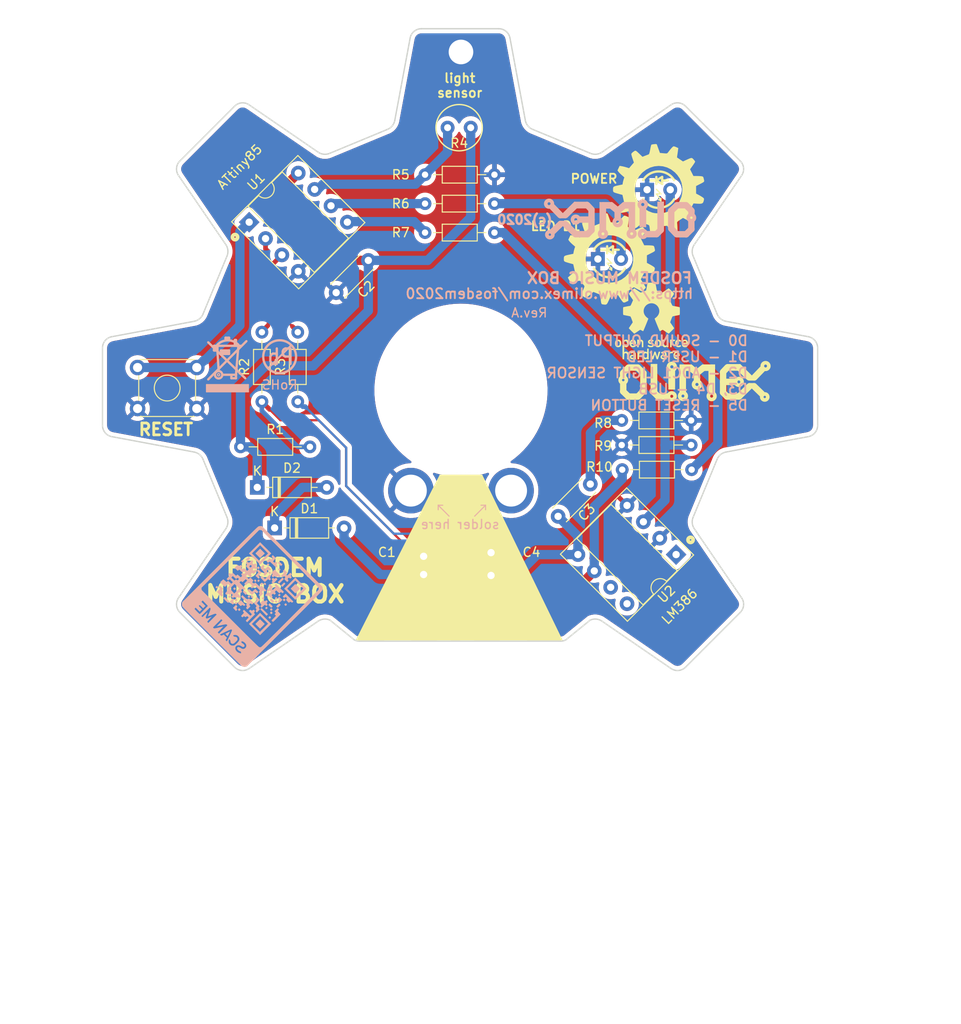
<source format=kicad_pcb>
(kicad_pcb (version 20191123) (host pcbnew "5.99.0-unknown-d20d310~86~ubuntu18.04.1")
  (layers (0 "F.Cu" signal) (31 "B.Cu" signal) (34 "B.Paste" user) (35 "F.Paste" user) (36 "B.SilkS" user) (37 "F.SilkS" user) (38 "B.Mask" user) (39 "F.Mask" user) (44 "Edge.Cuts" user))
  (net 0 "")
  (net 1 "GND")
  (net 2 "Net-(C1-Pad1)")
  (net 3 "Net-(C2-Pad2)")
  (net 4 "Net-(C2-Pad1)")
  (net 5 "Net-(C3-Pad2)")
  (net 6 "Net-(C4-Pad1)")
  (net 7 "Net-(D1-Pad1)")
  (net 8 "Net-(LED1-Pad1)")
  (net 9 "Net-(R1-Pad2)")
  (net 10 "Net-(R2-Pad2)")
  (net 11 "Net-(R3-Pad2)")
  (net 12 "Net-(R3-Pad1)")
  (net 13 "Net-(R4-Pad1)")
  (net 14 "Net-(R5-Pad2)")
  (net 15 "Net-(R7-Pad2)")
  (net 16 "Net-(R7-Pad1)")
  (net 17 "Net-(SW1-Pad2)")
  (net 18 "Net-(U1-Pad8)")
  (net 19 "Net-(U1-Pad7)")
  (net 20 "Net-(U1-Pad1)")
  (net 21 "Net-(LED2-Pad1)")
  (module "OLIMEX_Other-FP:NPTH_2.7mm" (layer "F.Cu") (at 190 32.9)
    (fp_text reference "MountingHole" hide)
    (fp_text value "NPTH_2.7mm" hide)
    (pad "" np_thru_hole circle (at 0 0) (size 2.7 2.7) (drill 2.7) (layers *.Cu *.Mask) (clearance 0.5588))
  )
  (module "OLIMEX_LOGOs-FP:qrcode_fosdem10" (layer "B.Cu") (at 167.1 92.6 135)
    (fp_text reference "G***" hide)
    (fp_text value "LOGO" hide)
  )
  (module "OLIMEX_LOGOs-FP:OLIMEX_LOGO_TB" (layer "B.Cu") (at 207.3 51.2 180)
    (fp_text reference "" hide)
    (fp_text value "" hide)
  )
  (module "OLIMEX_LOGOs-FP:LOGO_PBFREE" (layer "B.Cu") (at 170.3 66)
    (fp_text reference "")
    (fp_text value "")
    (fp_text user "Pb" (at -0.08636 0.33528) (layer "B.SilkS") (effects (font (size 1.7 1.5) (thickness 0.254)) (justify mirror)))
  )
  (module "OLIMEX_LOGOs-FP:LOGO_RECYCLEBIN_1" (layer "B.Cu") (at 166.7 70.2 180)
    (fp_text reference "" hide)
    (fp_text value "" hide)
  )
  (module "Resistor_THT:R_Axial_DIN0204_L3.6mm_D1.6mm_P7.62mm_Horizontal" (layer "F.Cu") (at 207.7 78.7)
    (fp_text reference "R10" (at -2.5 -0.3) (layer "F.SilkS"))
    (fp_text value "1.5K")
    (pad "2" thru_hole oval (at 7.62 0) (size 1.4 1.4) (drill 0.7) (layers *.Cu *.Mask) (net 21 "Net-(LED2-Pad1)"))
    (pad "1" thru_hole circle (at 0 0) (size 1.4 1.4) (drill 0.7) (layers *.Cu *.Mask) (net 2 "Net-(C1-Pad1)"))
  )
  (module "OLIMEX_LEDs-FP:LED-3mm-PTH-KA" (layer "F.Cu") (at 211.7 48)
    (fp_text reference "LED2" hide)
    (fp_text value "LED_AK")
    (pad "2" thru_hole rect (at -1.27 0) (size 1.524 1.524) (drill 0.8) (layers *.Cu *.Mask) (net 1 "GND"))
    (pad "1" thru_hole circle (at 1.27 0) (size 1.524 1.524) (drill 0.8) (layers *.Cu *.Mask) (net 21 "Net-(LED2-Pad1)"))
  )
  (module "OLIMEX_LOGOs-FP:LOGO_FOSDEM_10x10" (layer "F.Cu") (at 211.7 48)
    (fp_text reference "G***" hide)
    (fp_text value "LOGO" hide)
  )
  (module "OLIMEX_LOGOs-FP:LOGO_FOSDEM_10x10" (layer "F.Cu") (at 206.3 55.6)
    (fp_text reference "G***" hide)
    (fp_text value "LOGO" hide)
  )
  (module "OLIMEX_LEDs-FP:LED-3mm-PTH-KA" (layer "F.Cu") (at 206.3 55.6)
    (fp_text reference "LED1" hide)
    (fp_text value "LED_AK")
    (pad "2" thru_hole rect (at -1.27 0) (size 1.524 1.524) (drill 0.8) (layers *.Cu *.Mask) (net 1 "GND"))
    (pad "1" thru_hole circle (at 1.27 0) (size 1.524 1.524) (drill 0.8) (layers *.Cu *.Mask) (net 8 "Net-(LED1-Pad1)"))
  )
  (module "OLIMEX_Devices-FP:SPEAKER_28mm" (layer "F.Cu") (at 190 70)
    (fp_text reference "SPK1" (at 0 6.3 unlocked) (layer "F.SilkS"))
    (fp_text value "8R")
    (pad "2" thru_hole circle (at -5.5 11) (size 5 5) (drill 3.5) (layers *.Cu *.Mask) (net 1 "GND"))
    (pad "1" thru_hole circle (at 5.5 11) (size 5 5) (drill 3.5) (layers *.Cu *.Mask) (net 5 "Net-(C3-Pad2)"))
    (pad "" np_thru_hole circle (at 0 0) (size 18 18) (drill 18) (layers *.Cu *.Mask))
  )
  (module "Capacitor_THT:CP_Radial_D6.3mm_P2.50mm" (layer "F.Cu") (at 193.3 90.3 90)
    (fp_text reference "C4" (at 1.25 -4.4 90) (layer "F.SilkS"))
    (fp_text value "220uF_16V")
    (fp_text user "%R" (at 2.543 4.439) (layer "F.SilkS"))
    (pad "2" thru_hole rect (at 2.5 0 90) (size 1.6 1.6) (drill 0.8) (layers *.Cu *.Mask) (net 5 "Net-(C3-Pad2)"))
    (pad "1" thru_hole circle (at 0 0 90) (size 1.6 1.6) (drill 0.8) (layers *.Cu *.Mask) (net 4 "Net-(C2-Pad1)"))
  )
  (module "Capacitor_THT:CP_Radial_D5.0mm_P2.00mm" (layer "F.Cu") (at 185.9 90.2 90)
    (fp_text reference "C1" (at 2.443 -4.036) (layer "F.SilkS"))
    (fp_text value "10uF")
    (pad "2" thru_hole rect (at 2 0 90) (size 1.6 1.6) (drill 0.8) (layers *.Cu *.Mask) (net 1 "GND"))
    (pad "1" thru_hole circle (at 0 0 90) (size 1.6 1.6) (drill 0.8) (layers *.Cu *.Mask) (net 2 "Net-(C1-Pad1)"))
  )
  (module "Button_Switch_THT:SW_TH_Tactile_Omron_B3F-10xx" (layer "F.Cu") (at 154.5 67.5)
    (fp_text reference "SW1" hide)
    (fp_text value "T1101GP(6x3x4.3MM)")
    (pad "2" thru_hole circle (at 0 0) (size 1.7 1.7) (drill 1) (layers *.Cu *.Mask) (net 17 "Net-(SW1-Pad2)"))
    (pad "2" thru_hole circle (at 6.5 0) (size 1.7 1.7) (drill 1) (layers *.Cu *.Mask) (net 17 "Net-(SW1-Pad2)"))
    (pad "1" thru_hole circle (at 0 4.5) (size 1.7 1.7) (drill 1) (layers *.Cu *.Mask) (net 1 "GND"))
    (pad "1" thru_hole circle (at 6.5 4.5) (size 1.7 1.7) (drill 1) (layers *.Cu *.Mask) (net 1 "GND"))
  )
  (module "Resistor_THT:R_Axial_DIN0204_L3.6mm_D1.6mm_P7.62mm_Horizontal" (layer "F.Cu") (at 186.055 46.355)
    (fp_text reference "R5" (at -2.667 0) (layer "F.SilkS"))
    (fp_text value "10K")
    (pad "2" thru_hole oval (at 7.62 0) (size 1.4 1.4) (drill 0.7) (layers *.Cu *.Mask) (net 1 "GND"))
    (pad "1" thru_hole circle (at 0 0) (size 1.4 1.4) (drill 0.7) (layers *.Cu *.Mask) (net 14 "Net-(R5-Pad2)"))
  )
  (module "Resistor_THT:R_Axial_DIN0204_L3.6mm_D1.6mm_P7.62mm_Horizontal" (layer "F.Cu") (at 186.055 49.53)
    (fp_text reference "R6" (at -2.667 0) (layer "F.SilkS"))
    (fp_text value "1.5K")
    (pad "2" thru_hole oval (at 7.62 0) (size 1.4 1.4) (drill 0.7) (layers *.Cu *.Mask) (net 8 "Net-(LED1-Pad1)"))
    (pad "1" thru_hole circle (at 0 0) (size 1.4 1.4) (drill 0.7) (layers *.Cu *.Mask) (net 13 "Net-(R4-Pad1)"))
  )
  (module "Resistor_THT:R_Axial_DIN0204_L3.6mm_D1.6mm_P7.62mm_Horizontal" (layer "F.Cu") (at 168.148 71.247 90)
    (fp_text reference "R2" (at 3.81 -1.92 90) (layer "F.SilkS"))
    (fp_text value "22R")
    (pad "2" thru_hole oval (at 7.62 0 90) (size 1.4 1.4) (drill 0.7) (layers *.Cu *.Mask) (net 10 "Net-(R2-Pad2)"))
    (pad "1" thru_hole circle (at 0 0 90) (size 1.4 1.4) (drill 0.7) (layers *.Cu *.Mask) (net 9 "Net-(R1-Pad2)"))
  )
  (module "Resistor_THT:R_Axial_DIN0204_L3.6mm_D1.6mm_P7.62mm_Horizontal" (layer "F.Cu") (at 165.8 76.2)
    (fp_text reference "R1" (at 3.81 -1.92) (layer "F.SilkS"))
    (fp_text value "1.5K")
    (pad "2" thru_hole oval (at 7.62 0) (size 1.4 1.4) (drill 0.7) (layers *.Cu *.Mask) (net 9 "Net-(R1-Pad2)"))
    (pad "1" thru_hole circle (at 0 0) (size 1.4 1.4) (drill 0.7) (layers *.Cu *.Mask) (net 6 "Net-(C4-Pad1)"))
  )
  (module "Resistor_THT:R_Axial_DIN0204_L3.6mm_D1.6mm_P7.62mm_Horizontal" (layer "F.Cu") (at 207.645 73.3)
    (fp_text reference "R8" (at -2.045 0.3) (layer "F.SilkS"))
    (fp_text value "22R")
    (pad "2" thru_hole oval (at 7.62 0) (size 1.4 1.4) (drill 0.7) (layers *.Cu *.Mask) (net 1 "GND"))
    (pad "1" thru_hole circle (at 0 0) (size 1.4 1.4) (drill 0.7) (layers *.Cu *.Mask) (net 3 "Net-(C2-Pad2)"))
  )
  (module "Resistor_THT:R_Axial_DIN0204_L3.6mm_D1.6mm_P7.62mm_Horizontal" (layer "F.Cu") (at 172.085 71.247 90)
    (fp_text reference "R3" (at 3.81 -1.905 90) (layer "F.SilkS"))
    (fp_text value "22R")
    (pad "2" thru_hole oval (at 7.62 0 90) (size 1.4 1.4) (drill 0.7) (layers *.Cu *.Mask) (net 11 "Net-(R3-Pad2)"))
    (pad "1" thru_hole circle (at 0 0 90) (size 1.4 1.4) (drill 0.7) (layers *.Cu *.Mask) (net 12 "Net-(R3-Pad1)"))
  )
  (module "Resistor_THT:R_Axial_DIN0204_L3.6mm_D1.6mm_P7.62mm_Horizontal" (layer "F.Cu") (at 193.675 52.705 180)
    (fp_text reference "R7" (at 10.287 0) (layer "F.SilkS"))
    (fp_text value "1.5K")
    (pad "2" thru_hole oval (at 7.62 0 180) (size 1.4 1.4) (drill 0.7) (layers *.Cu *.Mask) (net 15 "Net-(R7-Pad2)"))
    (pad "1" thru_hole circle (at 0 0 180) (size 1.4 1.4) (drill 0.7) (layers *.Cu *.Mask) (net 16 "Net-(R7-Pad1)"))
  )
  (module "Resistor_THT:R_Axial_DIN0204_L3.6mm_D1.6mm_P7.62mm_Horizontal" (layer "F.Cu") (at 207.645 76)
    (fp_text reference "R9" (at -2.045 0.1) (layer "F.SilkS"))
    (fp_text value "10K")
    (pad "2" thru_hole oval (at 7.62 0) (size 1.4 1.4) (drill 0.7) (layers *.Cu *.Mask) (net 16 "Net-(R7-Pad1)"))
    (pad "1" thru_hole circle (at 0 0) (size 1.4 1.4) (drill 0.7) (layers *.Cu *.Mask) (net 1 "GND"))
  )
  (module "Package_DIP:DIP-8_W7.62mm_Socket" (layer "F.Cu") (at 166.751 51.562 45)
    (fp_text reference "U1" (at 3.681905 -2.604274 45) (layer "F.SilkS"))
    (fp_text value "ATTINY85-20PU")
    (pad "8" thru_hole oval (at 7.62 0 45) (size 1.6 1.6) (drill 0.8) (layers *.Cu *.Mask) (net 6 "Net-(C4-Pad1)"))
    (pad "4" thru_hole oval (at 0 7.62 45) (size 1.6 1.6) (drill 0.8) (layers *.Cu *.Mask) (net 1 "GND"))
    (pad "7" thru_hole oval (at 7.62 2.54 45) (size 1.6 1.6) (drill 0.8) (layers *.Cu *.Mask) (net 14 "Net-(R5-Pad2)"))
    (pad "3" thru_hole oval (at 0 5.08 45) (size 1.6 1.6) (drill 0.8) (layers *.Cu *.Mask) (net 11 "Net-(R3-Pad2)"))
    (pad "6" thru_hole oval (at 7.62 5.08 45) (size 1.6 1.6) (drill 0.8) (layers *.Cu *.Mask) (net 13 "Net-(R4-Pad1)"))
    (pad "2" thru_hole oval (at 0 2.54 45) (size 1.6 1.6) (drill 0.8) (layers *.Cu *.Mask) (net 10 "Net-(R2-Pad2)"))
    (pad "5" thru_hole oval (at 7.62 7.62 45) (size 1.6 1.6) (drill 0.8) (layers *.Cu *.Mask) (net 15 "Net-(R7-Pad2)"))
    (pad "1" thru_hole rect (at 0 0 45) (size 1.6 1.6) (drill 0.8) (layers *.Cu *.Mask) (net 17 "Net-(SW1-Pad2)"))
  )
  (module "Package_DIP:DIP-8_W7.62mm_Socket" (layer "F.Cu") (at 213.614 88.011 -135)
    (fp_text reference "U2" (at 3.81 -2.33 45) (layer "F.SilkS"))
    (fp_text value "LM386N")
    (pad "8" thru_hole oval (at 7.62 0 225) (size 1.6 1.6) (drill 0.8) (layers *.Cu *.Mask) (net 18 "Net-(U1-Pad8)"))
    (pad "4" thru_hole oval (at 0 7.62 225) (size 1.6 1.6) (drill 0.8) (layers *.Cu *.Mask) (net 1 "GND"))
    (pad "7" thru_hole oval (at 7.62 2.54 225) (size 1.6 1.6) (drill 0.8) (layers *.Cu *.Mask) (net 19 "Net-(U1-Pad7)"))
    (pad "3" thru_hole oval (at 0 5.08 225) (size 1.6 1.6) (drill 0.8) (layers *.Cu *.Mask) (net 16 "Net-(R7-Pad1)"))
    (pad "6" thru_hole oval (at 7.62 5.08 225) (size 1.6 1.6) (drill 0.8) (layers *.Cu *.Mask) (net 2 "Net-(C1-Pad1)"))
    (pad "2" thru_hole oval (at 0 2.54 225) (size 1.6 1.6) (drill 0.8) (layers *.Cu *.Mask) (net 1 "GND"))
    (pad "5" thru_hole oval (at 7.62 7.62 225) (size 1.6 1.6) (drill 0.8) (layers *.Cu *.Mask) (net 4 "Net-(C2-Pad1)"))
    (pad "1" thru_hole rect (at 0 0 225) (size 1.6 1.6) (drill 0.8) (layers *.Cu *.Mask) (net 20 "Net-(U1-Pad1)"))
  )
  (module "OLIMEX_Connectors-FP:USB-B-EDGE" (layer "F.Cu") (at 189.4 97.5)
    (fp_text reference "USB1" (at 0 -6.35) (layer "F.SilkS"))
    (fp_text value "USB_B")
    (pad "0" smd rect (at -6.35 -2.54) (size 3 5.08) (layers "B.Cu" "B.Mask") (net 1 "GND"))
    (pad "0" smd rect (at 6.35 -2.54) (size 3 5.08) (layers "B.Cu" "B.Mask") (net 1 "GND"))
    (pad "3" smd rect (at -1.27 -1.905) (size 1.524 3.81) (layers "B.Cu" "B.Mask") (net 12 "Net-(R3-Pad1)"))
    (pad "4" smd rect (at 1.27 -1.905) (size 1.524 3.81) (layers "B.Cu" "F.Paste" "B.Mask") (net 1 "GND"))
    (pad "1" smd rect (at 1.27 -1.905) (size 1.524 3.81) (layers "F.Cu" "F.Paste" "F.Mask") (net 2 "Net-(C1-Pad1)"))
    (pad "2" smd rect (at -1.27 -1.905) (size 1.524 3.81) (layers "F.Cu" "F.Paste" "F.Mask") (net 9 "Net-(R1-Pad2)"))
  )
  (module "OLIMEX_RLC-FP:R_PHOTO" (layer "F.Cu") (at 189.8 41.2 180)
    (fp_text reference "R4" (at 0 -1.7) (layer "F.SilkS"))
    (fp_text value "SNS-LDR5MM" hide)
    (pad "1" thru_hole circle (at -1.27 0 180) (size 1.524 1.524) (drill 0.762) (layers *.Cu *.Mask) (net 6 "Net-(C4-Pad1)"))
    (pad "2" thru_hole circle (at 1.27 0 180) (size 1.524 1.524) (drill 0.762) (layers *.Cu *.Mask) (net 14 "Net-(R5-Pad2)"))
  )
  (module "Diode_THT:D_DO-35_SOD27_P7.62mm_Horizontal" (layer "F.Cu") (at 167.64 80.645)
    (fp_text reference "D2" (at 3.81 -2.12) (layer "F.SilkS"))
    (fp_text value "1N4148")
    (fp_text user "K" (at 0 -1.8) (layer "F.SilkS"))
    (pad "2" thru_hole oval (at 7.62 0) (size 1.6 1.6) (drill 0.8) (layers *.Cu *.Mask) (net 7 "Net-(D1-Pad1)"))
    (pad "1" thru_hole rect (at 0 0) (size 1.6 1.6) (drill 0.8) (layers *.Cu *.Mask) (net 6 "Net-(C4-Pad1)"))
  )
  (module "Diode_THT:D_DO-35_SOD27_P7.62mm_Horizontal" (layer "F.Cu") (at 169.545 85.09)
    (fp_text reference "D1" (at 3.81 -2.12) (layer "F.SilkS"))
    (fp_text value "1N4148")
    (fp_text user "K" (at 0 -1.8) (layer "F.SilkS"))
    (pad "2" thru_hole oval (at 7.62 0) (size 1.6 1.6) (drill 0.8) (layers *.Cu *.Mask) (net 2 "Net-(C1-Pad1)"))
    (pad "1" thru_hole rect (at 0 0) (size 1.6 1.6) (drill 0.8) (layers *.Cu *.Mask) (net 7 "Net-(D1-Pad1)"))
  )
  (module "Capacitor_THT:C_Disc_D4.3mm_W1.9mm_P5.00mm" (layer "F.Cu") (at 179.832 55.753 -135)
    (fp_text reference "C2" (at 2.424669 -2.065459 45) (layer "F.SilkS"))
    (fp_text value "100 nF")
    (pad "2" thru_hole circle (at 5 0 225) (size 1.6 1.6) (drill 0.8) (layers *.Cu *.Mask) (net 1 "GND"))
    (pad "1" thru_hole circle (at 0 0 225) (size 1.6 1.6) (drill 0.8) (layers *.Cu *.Mask) (net 6 "Net-(C4-Pad1)"))
  )
  (module "Capacitor_THT:C_Disc_D4.3mm_W1.9mm_P5.00mm" (layer "F.Cu") (at 200.66 83.82 45)
    (fp_text reference "C3" (at 2.5173 1.92333 45) (layer "F.SilkS"))
    (fp_text value "100nF")
    (pad "2" thru_hole circle (at 5 0 45) (size 1.6 1.6) (drill 0.8) (layers *.Cu *.Mask) (net 3 "Net-(C2-Pad2)"))
    (pad "1" thru_hole circle (at 0 0 45) (size 1.6 1.6) (drill 0.8) (layers *.Cu *.Mask) (net 4 "Net-(C2-Pad1)"))
  )
  (module "OLIMEX_LOGOs-FP:OLIMEX_LOGO_TB" (layer "F.Cu") (at 215.8 69)
    (fp_text reference "" hide)
    (fp_text value "" hide)
  )
  (module "OLIMEX_Cases-FP:LOGO_OPENHARDWARE_100" (layer "F.Cu") (at 189.9 69.6)
    (fp_text reference "G***" hide)
    (fp_text value "LOGO" hide)
    (fp_line (start -11 27.9) (end 11 27.9) (layer "Edge.Cuts") (width 0.15))
    (fp_arc (start 11.04014 26.567857) (end 11.584022 27.784577) (angle 25.81087208) (layer "Edge.Cuts") (width 0.15))
    (fp_arc (start -11.04014 26.567857) (end -11.584022 27.784577) (angle -25.81087208) (layer "Edge.Cuts") (width 0.15))
    (fp_line (start 8 -28.2) (end 14.283557 -25.597265) (layer "Edge.Cuts") (width 0.15))
    (fp_line (start 25.597265 -14.283557) (end 28.2 -8) (layer "Edge.Cuts") (width 0.15))
    (fp_line (start 25.597265 14.283557) (end 28.2 8) (layer "Edge.Cuts") (width 0.15))
    (fp_line (start -28.2 8) (end -25.597265 14.283557) (layer "Edge.Cuts") (width 0.15))
    (fp_line (start -25.597265 -14.283557) (end -28.2 -8) (layer "Edge.Cuts") (width 0.15))
    (fp_line (start -14.283557 -25.597265) (end -8 -28.2) (layer "Edge.Cuts") (width 0.15))
    (fp_arc (start -23.864854 -29.875262) (end -24.748737 -30.759145) (angle 78.7) (layer "Edge.Cuts") (width 0.15))
    (fp_line (start -30.759145 -24.748737) (end -24.748737 -30.759145) (layer "Edge.Cuts") (width 0.15))
    (fp_line (start 30.759145 24.748737) (end 24.748737 30.759145) (layer "Edge.Cuts") (width 0.15))
    (fp_line (start -23.171299 -30.915204) (end -15.567197 -25.705396) (layer "Edge.Cuts") (width 0.15))
    (fp_arc (start 26.813985 14.827439) (end 25.597265 14.283557) (angle -57.8) (layer "Edge.Cuts") (width 0.15))
    (fp_arc (start -14.827438 -26.813986) (end -14.283557 -25.597265) (angle 57.8) (layer "Edge.Cuts") (width 0.15))
    (fp_arc (start 23.864854 29.875262) (end 24.748737 30.759145) (angle 78.7) (layer "Edge.Cuts") (width 0.15))
    (fp_line (start -30.915204 -23.171299) (end -25.7052 -15.566906) (layer "Edge.Cuts") (width 0.15))
    (fp_arc (start 29.875262 23.864854) (end 30.759145 24.748737) (angle -78.7) (layer "Edge.Cuts") (width 0.15))
    (fp_line (start 23.171299 30.915204) (end 15.567197 25.705396) (layer "Edge.Cuts") (width 0.15))
    (fp_arc (start 14.827438 26.813986) (end 14.283557 25.597265) (angle 57.79997785) (layer "Edge.Cuts") (width 0.15))
    (fp_arc (start -26.813985 -14.827439) (end -25.597265 -14.283557) (angle -57.8) (layer "Edge.Cuts") (width 0.15))
    (fp_line (start 30.915204 23.171299) (end 25.7052 15.566906) (layer "Edge.Cuts") (width 0.15))
    (fp_arc (start -29.875262 -23.864854) (end -30.759145 -24.748737) (angle -78.7) (layer "Edge.Cuts") (width 0.15))
    (fp_arc (start -29.875262 23.864854) (end -30.759145 24.748737) (angle 78.7) (layer "Edge.Cuts") (width 0.15))
    (fp_line (start -24.748737 30.759145) (end -30.759145 24.748737) (layer "Edge.Cuts") (width 0.15))
    (fp_line (start 24.748737 -30.759145) (end 30.759145 -24.748737) (layer "Edge.Cuts") (width 0.15))
    (fp_line (start -30.915204 23.171299) (end -25.705396 15.567197) (layer "Edge.Cuts") (width 0.15))
    (fp_arc (start 14.827439 -26.813985) (end 14.283557 -25.597265) (angle -57.8) (layer "Edge.Cuts") (width 0.15))
    (fp_arc (start -26.813986 14.827438) (end -25.597265 14.283557) (angle 57.8) (layer "Edge.Cuts") (width 0.15))
    (fp_arc (start 29.875262 -23.864854) (end 30.759145 -24.748737) (angle 78.7) (layer "Edge.Cuts") (width 0.15))
    (fp_line (start -23.171299 30.915204) (end -15.566906 25.7052) (layer "Edge.Cuts") (width 0.15))
    (fp_arc (start 23.864854 -29.875262) (end 24.748737 -30.759145) (angle -78.7) (layer "Edge.Cuts") (width 0.15))
    (fp_line (start 30.915204 -23.171299) (end 25.705396 -15.567197) (layer "Edge.Cuts") (width 0.15))
    (fp_arc (start 26.813986 -14.827438) (end 25.597265 -14.283557) (angle 57.8) (layer "Edge.Cuts") (width 0.15))
    (fp_arc (start -14.827439 26.813985) (end -14.283557 25.597265) (angle -57.78493951) (layer "Edge.Cuts") (width 0.15))
    (fp_line (start 23.171299 -30.915204) (end 15.566906 -25.7052) (layer "Edge.Cuts") (width 0.15))
    (fp_arc (start -23.864854 29.875262) (end -24.748737 30.759145) (angle -78.7) (layer "Edge.Cuts") (width 0.15))
    (fp_line (start 39.25 -4.25) (end 39.25 4.25) (layer "Edge.Cuts") (width 0.15))
    (fp_arc (start 29.444933 -8.475768) (end 28.2 -8) (angle -57.8) (layer "Edge.Cuts") (width 0.15))
    (fp_arc (start 38 -4.25) (end 39.25 -4.25) (angle -78.7) (layer "Edge.Cuts") (width 0.15))
    (fp_line (start 38.244933 5.475768) (end 29.18413 7.168789) (layer "Edge.Cuts") (width 0.15))
    (fp_line (start 38.244933 -5.475768) (end 29.183786 -7.168857) (layer "Edge.Cuts") (width 0.15))
    (fp_arc (start 38 4.25) (end 39.25 4.25) (angle 78.7) (layer "Edge.Cuts") (width 0.15))
    (fp_arc (start 29.444933 8.475769) (end 28.2 8) (angle 57.8) (layer "Edge.Cuts") (width 0.15))
    (fp_arc (start -29.444933 -8.475769) (end -28.2 -8) (angle 57.8) (layer "Edge.Cuts") (width 0.15))
    (fp_line (start -38.244933 5.475768) (end -29.183786 7.168857) (layer "Edge.Cuts") (width 0.15))
    (fp_line (start -38.244933 -5.475768) (end -29.18413 -7.168789) (layer "Edge.Cuts") (width 0.15))
    (fp_arc (start -38 4.25) (end -39.25 4.25) (angle -78.7) (layer "Edge.Cuts") (width 0.15))
    (fp_arc (start -29.444933 8.475768) (end -28.2 8) (angle -57.8) (layer "Edge.Cuts") (width 0.15))
    (fp_arc (start -38 -4.25) (end -39.25 -4.25) (angle 78.7) (layer "Edge.Cuts") (width 0.15))
    (fp_line (start -39.25 4.25) (end -39.25 -4.25) (layer "Edge.Cuts") (width 0.15))
    (fp_line (start 5.475768 -38.244933) (end 7.168789 -29.18413) (layer "Edge.Cuts") (width 0.15))
    (fp_arc (start 8.475769 -29.444933) (end 8 -28.2) (angle 57.8) (layer "Edge.Cuts") (width 0.15))
    (fp_line (start -5.475768 -38.244933) (end -7.168857 -29.183786) (layer "Edge.Cuts") (width 0.15))
    (fp_arc (start -8.475768 -29.444933) (end -8 -28.2) (angle -57.8) (layer "Edge.Cuts") (width 0.15))
    (fp_line (start -4.25 -39.25) (end 4.25 -39.25) (layer "Edge.Cuts") (width 0.15))
    (fp_arc (start 4.25 -38) (end 4.25 -39.25) (angle 78.7) (layer "Edge.Cuts") (width 0.15))
    (fp_arc (start -4.25 -38) (end -4.25 -39.25) (angle -78.7) (layer "Edge.Cuts") (width 0.15))
    (fp_line (start -11.584022 27.784577) (end -14.283557 25.597265) (layer "Edge.Cuts") (width 0.15))
    (fp_line (start 14.283557 25.597265) (end 11.584022 27.784577) (layer "Edge.Cuts") (width 0.15))
  )
  (module "OLIMEX_LOGOs-FP:LOGO_OPENHARDWARE_8" (layer "F.Cu") (at 210.9 62.4)
    (fp_text reference "G***" hide)
    (fp_text value "LOGO" hide)
  )
  (module "OLIMEX_LOGOs-FP:LOGO_OPENHARDWARE_100" (layer "F.Cu") (at 193.04 86.6)
    (fp_text reference "G***" hide)
    (fp_text value "LOGO" hide)
  )
  (gr_text "Rev.A" (at 197.5 61.5) (layer "B.SilkS") (effects (font (size 1 1)) (justify mirror)))
  (gr_text "https://www.olimex.com/fosdem2020" (at 199.7 59.4) (layer "B.SilkS") (effects (font (size 1.1 1.1) (thickness 0.2)) (justify mirror)))
  (gr_text "FOSDEM MUSIC BOX" (at 206.3 57.7) (layer "B.SilkS") (effects (font (size 1.2 1.2) (thickness 0.25)) (justify mirror)))
  (gr_text "D0 - SOUND OUTPUT\nD1 - USER LED\nD2 - ADC1 LIGHT SENSOR\nD3, D4 - USB\nD5 - RESET BUTTON" (at 221.6 68.1) (layer "B.SilkS") (effects (font (size 1.1 1.1) (thickness 0.2)) (justify left mirror)))
  (gr_text "(c)2020" (at 197 51.3) (layer "B.SilkS") (effects (font (size 1 1) (thickness 0.25)) (justify mirror)))
  (gr_text "solder here" (at 189.9 84.7) (layer "B.SilkS") (effects (font (size 1 1)) (justify mirror)))
  (gr_line (start 187.500001 82.6) (end 188.7 83.8) (layer "B.SilkS") (width 0.12))
  (gr_line (start 187.500001 82.6) (end 188 82.6) (layer "B.SilkS") (width 0.12))
  (gr_line (start 187.500001 82.6) (end 187.5 83.1) (layer "B.SilkS") (width 0.12))
  (gr_line (start 192.7 82.6) (end 192.2 82.6) (layer "B.SilkS") (width 0.12))
  (gr_line (start 192.7 82.6) (end 192.7 83.1) (layer "B.SilkS") (width 0.12))
  (gr_line (start 192.7 82.6) (end 191.5 83.8) (layer "B.SilkS") (width 0.12))
  (gr_text "RoHS" (at 170.1 69.4) (layer "B.SilkS") (effects (font (size 1 1)) (justify mirror)))
  (gr_text "FOSDEM\nMUSIC BOX" (at 169.6 90.9) (layer "F.SilkS") (effects (font (size 1.8 1.8) (thickness 0.45))))
  (gr_text "POWER" (at 204.6 46.8) (layer "F.SilkS") (effects (font (size 1 1) (thickness 0.2))))
  (gr_text "LM386" (at 214 93.7 45) (layer "F.SilkS") (effects (font (size 1 1))))
  (gr_text "ATtiny85" (at 165.7 45.5 45) (layer "F.SilkS") (effects (font (size 1 1))))
  (gr_circle (center 165.2 53.2) (end 165.482843 53.2) (layer "F.SilkS") (width 0.4))
  (gr_circle (center 215.2 86.4) (end 215.482843 86.4) (layer "F.SilkS") (width 0.4))
  (gr_text "LED D1" (at 200.4 52) (layer "F.SilkS") (effects (font (size 1 1) (thickness 0.2))))
  (gr_text "light\nsensor" (at 189.865 36.576) (layer "F.SilkS") (effects (font (size 1 1) (thickness 0.2))))
  (gr_text "RESET" (at 157.607 74.295) (layer "F.SilkS") (effects (font (size 1.3 1.3) (thickness 0.3))))
  (gr_poly (pts (xy 201.1 97.4) (xy 178.5 97.4) (xy 187.7 79.3) (xy 192.3 79.3)) (layer "F.SilkS") (width 0.1))
  (segment (start 207.7 78.7) (end 207.7 79.689949) (width 1.016) (layer "B.Cu") (net 2))
  (segment (start 207.7 79.689949) (end 204.633744 82.756205) (width 1.016) (layer "B.Cu") (net 2))
  (segment (start 204.633744 82.756205) (end 204.633744 88.675681) (width 1.016) (layer "B.Cu") (net 2))
  (segment (start 204.633744 88.675681) (end 204.633744 89.807051) (width 1.016) (layer "B.Cu") (net 2))
  (segment (start 218.2 69.4) (end 212.97 64.17) (width 1.016) (layer "B.Cu") (net 21))
  (segment (start 212.97 64.17) (end 212.97 48) (width 1.016) (layer "B.Cu") (net 21))
  (segment (start 218.2 75.82) (end 218.2 69.4) (width 1.016) (layer "B.Cu") (net 21))
  (segment (start 215.32 78.7) (end 218.2 75.82) (width 1.016) (layer "B.Cu") (net 21))
  (segment (start 212.4 76) (end 212.4 82.040796) (width 1.016) (layer "B.Cu") (net 16))
  (segment (start 212.4 70.440051) (end 212.4 76) (width 1.016) (layer "B.Cu") (net 16))
  (segment (start 214.275051 76) (end 212.4 76) (width 1.016) (layer "B.Cu") (net 16))
  (segment (start 215.265 76) (end 214.275051 76) (width 1.016) (layer "B.Cu") (net 16))
  (segment (start 194.664949 52.705) (end 212.4 70.440051) (width 1.016) (layer "B.Cu") (net 16))
  (segment (start 212.4 82.040796) (end 212.217 82.223796) (width 1.016) (layer "B.Cu") (net 16))
  (segment (start 193.675 52.705) (end 194.664949 52.705) (width 1.016) (layer "B.Cu") (net 16))
  (segment (start 212.217 82.223796) (end 210.021898 84.418898) (width 1.016) (layer "B.Cu") (net 16))
  (segment (start 204.195534 79.153096) (end 204.216 79.13263) (width 1.016) (layer "B.Cu") (net 3))
  (segment (start 204.195534 80.284466) (end 204.195534 79.153096) (width 1.016) (layer "B.Cu") (net 3))
  (segment (start 204.216 79.13263) (end 204.216 74.684) (width 1.016) (layer "B.Cu") (net 3))
  (segment (start 204.216 74.684) (end 205.6 73.3) (width 1.016) (layer "B.Cu") (net 3))
  (segment (start 205.6 73.3) (end 207.645 73.3) (width 1.016) (layer "B.Cu") (net 3))
  (segment (start 205.83 49.53) (end 207.57 51.27) (width 1.016) (layer "B.Cu") (net 8))
  (segment (start 193.675 49.53) (end 205.83 49.53) (width 1.016) (layer "B.Cu") (net 8))
  (segment (start 207.57 51.27) (end 207.57 55.6) (width 1.016) (layer "B.Cu") (net 8))
  (segment (start 165.735 52.578) (end 165.735 62.865) (width 1.016) (layer "B.Cu") (net 17))
  (segment (start 166.751 51.562) (end 165.735 52.578) (width 1.016) (layer "B.Cu") (net 17))
  (segment (start 165.735 62.865) (end 161.9 66.7) (width 1.016) (layer "B.Cu") (net 17))
  (segment (start 161.9 66.7) (end 161.8 66.7) (width 1.016) (layer "B.Cu") (net 17))
  (segment (start 161.8 66.7) (end 161 67.5) (width 1.016) (layer "B.Cu") (net 17))
  (segment (start 193.3 83) (end 195.3 81) (width 1.016) (layer "B.Cu") (net 5))
  (segment (start 193.3 87.8) (end 193.3 83) (width 1.016) (layer "B.Cu") (net 5))
  (segment (start 195.3 81) (end 195.5 81) (width 1.016) (layer "B.Cu") (net 5))
  (segment (start 172.622999 71.784999) (end 172.884999 71.784999) (width 0.508) (layer "B.Cu") (net 12))
  (segment (start 172.085 71.247) (end 172.622999 71.784999) (width 0.508) (layer "B.Cu") (net 12))
  (segment (start 172.884999 71.784999) (end 173 71.9) (width 0.508) (layer "B.Cu") (net 12))
  (segment (start 177.4 80.499) (end 177.4 76.3) (width 0.25) (layer "B.Cu") (net 12))
  (segment (start 177.4 76.3) (end 173 71.9) (width 0.25) (layer "B.Cu") (net 12))
  (segment (start 187.325 85.725) (end 182.626 85.725) (width 0.25) (layer "B.Cu") (net 12))
  (segment (start 182.626 85.725) (end 177.4 80.499) (width 0.25) (layer "B.Cu") (net 12))
  (segment (start 188.087 90.297) (end 188.087 86.487) (width 0.25) (layer "B.Cu") (net 12))
  (segment (start 188.087 86.487) (end 187.325 85.725) (width 0.25) (layer "B.Cu") (net 12))
  (segment (start 168.148 72.248) (end 172.1 76.2) (width 0.508) (layer "B.Cu") (net 9))
  (segment (start 168.148 71.247) (end 168.148 72.248) (width 0.508) (layer "B.Cu") (net 9))
  (segment (start 172.1 76.2) (end 173.42 76.2) (width 0.508) (layer "B.Cu") (net 9))
  (segment (start 170.18 73.279) (end 169 72.1) (width 0.25) (layer "F.Cu") (net 9))
  (segment (start 168.148 71.247) (end 168.847999 71.946999) (width 0.508) (layer "F.Cu") (net 9))
  (segment (start 168.847999 71.946999) (end 168.847999 71.947999) (width 0.508) (layer "F.Cu") (net 9))
  (segment (start 168.847999 71.947999) (end 169 72.1) (width 0.508) (layer "F.Cu") (net 9))
  (segment (start 177.4 76.3) (end 174.379 73.279) (width 0.25) (layer "F.Cu") (net 9))
  (segment (start 177.4 80.499) (end 177.4 76.3) (width 0.25) (layer "F.Cu") (net 9))
  (segment (start 183.515 86.614) (end 177.4 80.499) (width 0.25) (layer "F.Cu") (net 9))
  (segment (start 183.515 91.186) (end 183.515 86.614) (width 0.25) (layer "F.Cu") (net 9))
  (segment (start 187.198 92.329) (end 184.658 92.329) (width 0.25) (layer "F.Cu") (net 9))
  (segment (start 184.658 92.329) (end 183.515 91.186) (width 0.25) (layer "F.Cu") (net 9))
  (segment (start 174.379 73.279) (end 170.18 73.279) (width 0.25) (layer "F.Cu") (net 9))
  (segment (start 179.832 61.268) (end 173.79 67.31) (width 1.016) (layer "B.Cu") (net 6))
  (segment (start 179.832 55.753) (end 179.832 61.268) (width 1.016) (layer "B.Cu") (net 6))
  (segment (start 173.79 67.31) (end 168.546 67.31) (width 1.016) (layer "B.Cu") (net 6))
  (segment (start 168.546 67.31) (end 165.807 70.049) (width 1.016) (layer "B.Cu") (net 6))
  (segment (start 165.807 70.049) (end 165.8 70.042) (width 1.016) (layer "B.Cu") (net 6))
  (segment (start 165.8 70.042) (end 165.8 76.2) (width 1.016) (layer "B.Cu") (net 6))
  (segment (start 188.53 43.87) (end 186.055 46.345) (width 1.016) (layer "B.Cu") (net 14))
  (segment (start 188.53 41.2) (end 188.53 43.87) (width 1.016) (layer "B.Cu") (net 14))
  (segment (start 186.055 46.345) (end 186.055 46.355) (width 1.016) (layer "B.Cu") (net 14))
  (segment (start 174.280102 47.969898) (end 174.85 47.4) (width 1.016) (layer "B.Cu") (net 14))
  (segment (start 173.935205 47.969898) (end 174.280102 47.969898) (width 1.016) (layer "B.Cu") (net 14))
  (segment (start 174.85 47.4) (end 185.01 47.4) (width 1.016) (layer "B.Cu") (net 14))
  (segment (start 185.01 47.4) (end 186.055 46.355) (width 1.016) (layer "B.Cu") (net 14))
  (segment (start 175.967205 49.53) (end 175.731256 49.765949) (width 1.016) (layer "B.Cu") (net 13))
  (segment (start 186.055 49.53) (end 175.967205 49.53) (width 1.016) (layer "B.Cu") (net 13))
  (segment (start 184.85 51.5) (end 177.589307 51.5) (width 1.016) (layer "B.Cu") (net 15))
  (segment (start 186.055 52.705) (end 184.85 51.5) (width 1.016) (layer "B.Cu") (net 15))
  (segment (start 177.589307 51.5) (end 177.527307 51.562) (width 1.016) (layer "B.Cu") (net 15))
  (segment (start 165.8 76.2) (end 166.789949 76.2) (width 1.016) (layer "B.Cu") (net 6))
  (segment (start 166.789949 76.2) (end 167.64 77.050051) (width 1.016) (layer "B.Cu") (net 6))
  (segment (start 167.64 77.050051) (end 167.64 77.47) (width 1.016) (layer "B.Cu") (net 6))
  (segment (start 191.07 51.03) (end 186.347 55.753) (width 1.016) (layer "B.Cu") (net 6))
  (segment (start 186.347 55.753) (end 179.832 55.753) (width 1.016) (layer "B.Cu") (net 6))
  (segment (start 191.07 41.2) (end 191.07 51.03) (width 1.016) (layer "B.Cu") (net 6))
  (segment (start 169.3 60.842) (end 171.5 63) (width 0.25) (layer "F.Cu") (net 11))
  (segment (start 172.085 63.627) (end 172.085 63.585) (width 0.508) (layer "F.Cu") (net 11))
  (segment (start 172.085 63.585) (end 171.5 63) (width 0.508) (layer "F.Cu") (net 11))
  (segment (start 168.8 62.975) (end 168.8 62.9) (width 0.25) (layer "F.Cu") (net 10))
  (segment (start 168.148 63.627) (end 168.148 63.552) (width 0.508) (layer "F.Cu") (net 10))
  (segment (start 168.148 63.552) (end 168.8 62.9) (width 0.508) (layer "F.Cu") (net 10))
  (segment (start 169.5 56) (end 169.3 56.197204) (width 0.25) (layer "F.Cu") (net 11))
  (segment (start 169.5 55.997204) (end 169.5 56) (width 0.508) (layer "F.Cu") (net 11))
  (segment (start 170.343102 55.154102) (end 169.5 55.997204) (width 0.508) (layer "F.Cu") (net 11))
  (segment (start 168.8 54.8) (end 168.8 62.975) (width 0.25) (layer "F.Cu") (net 10))
  (segment (start 168.547051 53.358051) (end 168.547051 54.489421) (width 0.508) (layer "F.Cu") (net 10))
  (segment (start 168.547051 54.489421) (end 168.8 54.74237) (width 0.508) (layer "F.Cu") (net 10))
  (segment (start 168.8 54.74237) (end 168.8 54.8) (width 0.508) (layer "F.Cu") (net 10))
  (segment (start 169.3 56.197204) (end 169.3 60.842) (width 0.25) (layer "F.Cu") (net 11))
  (segment (start 193.3 90.3) (end 196.085 90.3) (width 1.016) (layer "B.Cu") (net 4))
  (segment (start 198.374 88.011) (end 202.837693 88.011) (width 1.016) (layer "B.Cu") (net 4))
  (segment (start 196.085 90.3) (end 198.374 88.011) (width 1.016) (layer "B.Cu") (net 4))
  (segment (start 202.837693 85.997693) (end 202.837693 88.011) (width 1.016) (layer "B.Cu") (net 4))
  (segment (start 200.66 83.82) (end 202.837693 85.997693) (width 1.016) (layer "B.Cu") (net 4))
  (segment (start 190.67 95.595) (end 190.67 92.372) (width 1.016) (layer "F.Cu") (net 2))
  (segment (start 188.498 90.2) (end 185.9 90.2) (width 1.016) (layer "F.Cu") (net 2))
  (segment (start 190.67 92.372) (end 188.498 90.2) (width 1.016) (layer "F.Cu") (net 2))
  (segment (start 202.068795 92.372) (end 204.633744 89.807051) (width 1.016) (layer "F.Cu") (net 2))
  (segment (start 190.67 92.372) (end 202.068795 92.372) (width 1.016) (layer "F.Cu") (net 2))
  (segment (start 171.196 49.403) (end 177.546 55.753) (width 1.016) (layer "F.Cu") (net 6))
  (segment (start 172.139154 46.173846) (end 171.196 47.117) (width 1.016) (layer "F.Cu") (net 6))
  (segment (start 177.546 55.753) (end 179.832 55.753) (width 1.016) (layer "F.Cu") (net 6))
  (segment (start 171.196 47.117) (end 171.196 49.403) (width 1.016) (layer "F.Cu") (net 6))
  (segment (start 172.593 80.645) (end 175.26 80.645) (width 1.016) (layer "B.Cu") (net 7))
  (segment (start 169.545 85.09) (end 169.545 83.693) (width 1.016) (layer "B.Cu") (net 7))
  (segment (start 169.545 83.693) (end 172.593 80.645) (width 1.016) (layer "B.Cu") (net 7))
  (segment (start 181.14363 90.2) (end 184.084 90.2) (width 1.016) (layer "B.Cu") (net 2))
  (segment (start 184.084 90.2) (end 185.9 90.2) (width 1.016) (layer "B.Cu") (net 2))
  (segment (start 177.165 86.22137) (end 181.14363 90.2) (width 1.016) (layer "B.Cu") (net 2))
  (segment (start 177.165 85.09) (end 177.165 86.22137) (width 1.016) (layer "B.Cu") (net 2))
  (segment (start 167.64 80.645) (end 167.64 77.47) (width 1.016) (layer "B.Cu") (net 6))
  (segment (start 187.785 92.329) (end 187.198 92.329) (width 1.016) (layer "F.Cu") (net 9))
  (segment (start 188.13 92.674) (end 187.785 92.329) (width 1.016) (layer "F.Cu") (net 9))
  (segment (start 188.13 95.595) (end 188.13 92.674) (width 1.016) (layer "F.Cu") (net 9))
  (segment (start 188.087 92.631) (end 188.087 90.297) (width 1.016) (layer "B.Cu") (net 12))
  (segment (start 188.13 95.595) (end 188.13 92.674) (width 1.016) (layer "B.Cu") (net 12))
  (segment (start 188.13 92.674) (end 188.087 92.631) (width 1.016) (layer "B.Cu") (net 12))
  (segment (start 154.5 67.5) (end 161 67.5) (width 1.016) (layer "B.Cu") (net 17))
  (zone (net 1) (net_name "GND") (layer "F.Cu") (connect_pads (clearance 0.508)) (min_thickness 0.254) (fill yes (thermal_gap 0.508) (thermal_bridge_width 0.508))
    (polygon (pts (xy 237 107.8) (xy 139.4 110.1) (xy 143.6 27.6) (xy 244.3 27.2)))
  )
  (zone (net 1) (net_name "GND") (layer "B.Cu") (connect_pads (clearance 0.508)) (min_thickness 0.254) (fill yes (thermal_gap 0.508) (thermal_bridge_width 0.508))
    (polygon (pts (xy 237.6 107.8) (xy 140 110.1) (xy 144.2 27.6) (xy 244.9 27.2)))
  )
)
</source>
